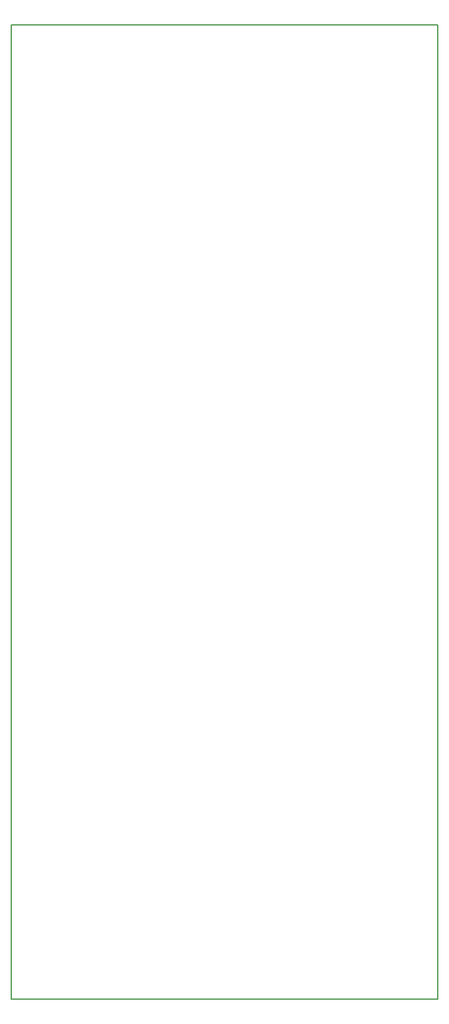
<source format=gbr>
G04 #@! TF.GenerationSoftware,KiCad,Pcbnew,5.0.0-fee4fd1~66~ubuntu18.04.1*
G04 #@! TF.CreationDate,2018-09-22T13:52:50+02:00*
G04 #@! TF.ProjectId,new-joy-board,6E65772D6A6F792D626F6172642E6B69,rev?*
G04 #@! TF.SameCoordinates,Original*
G04 #@! TF.FileFunction,Profile,NP*
%FSLAX46Y46*%
G04 Gerber Fmt 4.6, Leading zero omitted, Abs format (unit mm)*
G04 Created by KiCad (PCBNEW 5.0.0-fee4fd1~66~ubuntu18.04.1) date Sat Sep 22 13:52:50 2018*
%MOMM*%
%LPD*%
G01*
G04 APERTURE LIST*
%ADD10C,0.150000*%
G04 APERTURE END LIST*
D10*
X137160000Y-156972000D02*
X137160000Y-17780000D01*
X76200000Y-156972000D02*
X137160000Y-156972000D01*
X76200000Y-17780000D02*
X76200000Y-156972000D01*
X137160000Y-17780000D02*
X76200000Y-17780000D01*
M02*

</source>
